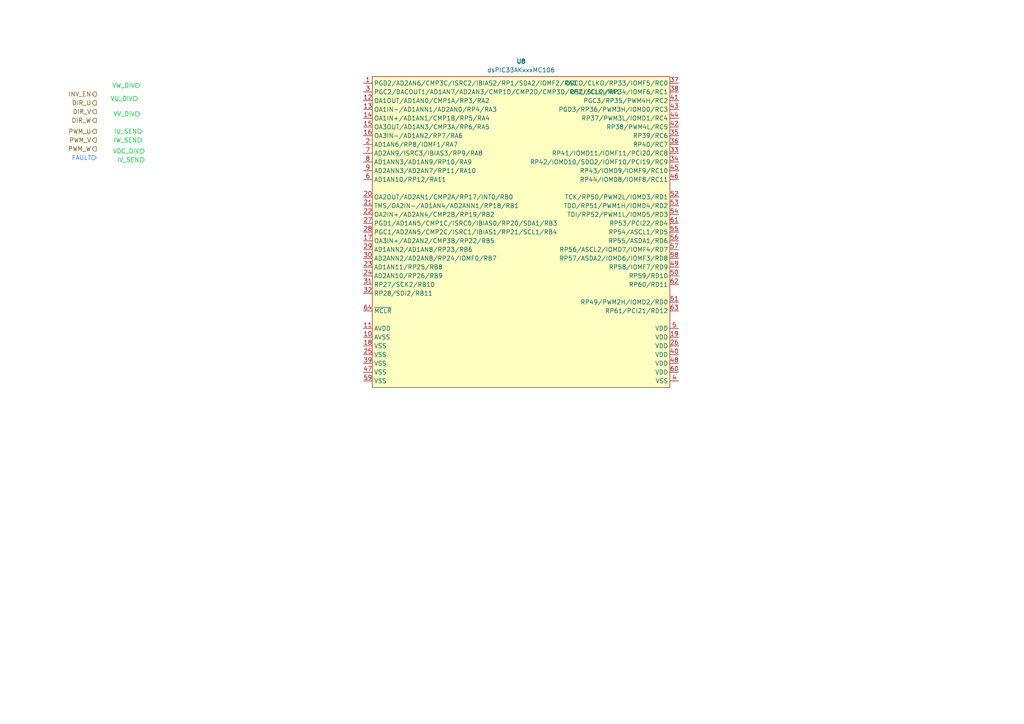
<source format=kicad_sch>
(kicad_sch (version 20231120) (generator "eeschema") (generator_version "8.0")
  (paper "A4")
  (title_block (title "THREE-PHASE MOTOR DRIVER") (date "2024-10-20") (rev "0.0") (company "SAMPI DEVELOPMENT KITS"))
  (lib_symbols
    (symbol "SAMPI:dsPIC33AKxxxMC106"
      (property "Reference" "U" (at 0 0 0))
      (property "Value" "dsPIC33AKxxxMC106" (at 0 -1.905 0))
      (symbol "dsPIC33AKxxxMC106_1_0"
        (pin passive line (at -45.085 -78.74 0) (length 2.54) (name "AVSS") (number "10"))
        (pin power_in line (at -45.085 -76.2 0) (length 2.54) (name "AVDD") (number "11"))
        (pin bidirectional line (at -45.085 -10.16 0) (length 2.54) (name "OA1OUT/AD1AN0/CMP1A/RP3/RA2") (number "12"))
        (pin bidirectional line (at -45.085 -12.7 0) (length 2.54) (name "OA1IN-/AD1ANN1/AD2AN0/RP4/RA3") (number "13"))
        (pin bidirectional line (at -45.085 -15.24 0) (length 2.54) (name "OA1IN+/AD1AN1/CMP1B/RP5/RA4") (number "14"))
        (pin bidirectional line (at -45.085 -17.78 0) (length 2.54) (name "OA3OUT/AD1AN3/CMP3A/RP6/RA5") (number "15"))
        (pin bidirectional line (at -45.085 -20.32 0) (length 2.54) (name "OA3IN-/AD1AN2/RP7/RA6") (number "16"))
        (pin bidirectional line (at -45.085 -50.8 0) (length 2.54) (name "OA3IN+/AD2AN2/CMP3B/RP22/RB5") (number "17"))
        (pin passive line (at -45.085 -81.28 0) (length 2.54) (name "VSS") (number "18"))
        (pin power_in line (at 46.355 -78.74 180) (length 2.54) (name "VDD") (number "19"))
        (pin bidirectional line (at -45.085 -22.86 0) (length 2.54) (name "AD1AN6/RP8/IOMF1/RA7") (number "2"))
        (pin bidirectional line (at -45.085 -38.1 0) (length 2.54) (name "OA2OUT/AD2AN1/CMP2A/RP17/INT0/RB0") (number "20"))
        (pin bidirectional line (at -45.085 -40.64 0) (length 2.54) (name "TMS/OA2IN-/AD1AN4/AD2ANN1/RP18/RB1") (number "21"))
        (pin bidirectional line (at -45.085 -43.18 0) (length 2.54) (name "OA2IN+/AD2AN4/CMP2B/RP19/RB2") (number "22"))
        (pin bidirectional line (at -45.085 -58.42 0) (length 2.54) (name "AD1AN11/RP25/RB8") (number "23"))
        (pin bidirectional line (at -45.085 -60.96 0) (length 2.54) (name "AD2AN10/RP26/RB9") (number "24"))
        (pin passive line (at -45.085 -83.82 0) (length 2.54) (name "VSS") (number "25"))
        (pin power_in line (at 46.355 -81.28 180) (length 2.54) (name "VDD") (number "26"))
        (pin bidirectional line (at -45.085 -45.72 0) (length 2.54) (name "PGD1/AD1AN5/CMP1C/ISRC0/IBIAS0/RP20/SDA1/RB3") (number "27"))
        (pin bidirectional line (at -45.085 -48.26 0) (length 2.54) (name "PGC1/AD2AN5/CMP2C/ISRC1/IBIAS1/RP21/SCL1/RB4") (number "28"))
        (pin bidirectional line (at -45.085 -53.34 0) (length 2.54) (name "AD1ANN2/AD1AN8/RP23/RB6") (number "29"))
        (pin bidirectional line (at -45.085 -7.62 0) (length 2.54) (name "PGC2/DACOUT1/AD1AN7/AD2AN3/CMP1D/CMP2D/CMP3D/RP2/SCL2/RA1") (number "3"))
        (pin bidirectional line (at -45.085 -55.88 0) (length 2.54) (name "AD2ANN2/AD2AN8/RP24/IOMF0/RB7") (number "30"))
        (pin bidirectional line (at -45.085 -63.5 0) (length 2.54) (name "RP27/SCK2/RB10") (number "31"))
        (pin bidirectional line (at -45.085 -66.04 0) (length 2.54) (name "RP28/SDI2/RB11") (number "32"))
        (pin bidirectional line (at 46.355 -25.4 180) (length 2.54) (name "RP41/IOMD11/IOMF11/PCI20/RC8") (number "33"))
        (pin bidirectional line (at 46.355 -27.94 180) (length 2.54) (name "RP42/IOMD10/SDO2/IOMF10/PCI19/RC9") (number "34"))
        (pin bidirectional line (at 46.355 -20.32 180) (length 2.54) (name "RP39/RC6") (number "35"))
        (pin bidirectional line (at 46.355 -22.86 180) (length 2.54) (name "RP40/RC7") (number "36"))
        (pin bidirectional line (at 46.355 -5.08 180) (length 2.54) (name "OSCO/CLKO/RP33/IOMF5/RC0") (number "37"))
        (pin bidirectional line (at 46.355 -7.62 180) (length 2.54) (name "OSCI/CLKI/RP34/IOMF6/RC1") (number "38"))
        (pin passive line (at -45.085 -86.36 0) (length 2.54) (name "VSS") (number "39"))
        (pin passive line (at 46.355 -91.44 180) (length 2.54) (name "VSS") (number "4"))
        (pin power_in line (at 46.355 -83.82 180) (length 2.54) (name "VDD") (number "40"))
        (pin bidirectional line (at 46.355 -10.16 180) (length 2.54) (name "PGC3/RP35/PWM4H/RC2") (number "41"))
        (pin bidirectional line (at 46.355 -17.78 180) (length 2.54) (name "RP38/PWM4L/RC5") (number "42"))
        (pin bidirectional line (at 46.355 -12.7 180) (length 2.54) (name "PGD3/RP36/PWM3H/IOMD0/RC3") (number "43"))
        (pin bidirectional line (at 46.355 -15.24 180) (length 2.54) (name "RP37/PWM3L/IOMD1/RC4") (number "44"))
        (pin bidirectional line (at 46.355 -30.48 180) (length 2.54) (name "RP43/IOMD9/IOMF9/RC10") (number "45"))
        (pin bidirectional line (at 46.355 -33.02 180) (length 2.54) (name "RP44/IOMD8/IOMF8/RC11") (number "46"))
        (pin passive line (at -45.085 -88.9 0) (length 2.54) (name "VSS") (number "47"))
        (pin power_in line (at 46.355 -86.36 180) (length 2.54) (name "VDD") (number "48"))
        (pin bidirectional line (at 46.355 -58.42 180) (length 2.54) (name "RP58/IOMF7/RD9") (number "49"))
        (pin power_in line (at 46.355 -76.2 180) (length 2.54) (name "VDD") (number "5"))
        (pin bidirectional line (at 46.355 -60.96 180) (length 2.54) (name "RP59/RD10") (number "50"))
        (pin bidirectional line (at 46.355 -68.58 180) (length 2.54) (name "RP49/PWM2H/IOMD2/RD0") (number "51"))
        (pin bidirectional line (at 46.355 -38.1 180) (length 2.54) (name "TCK/RP50/PWM2L/IOMD3/RD1") (number "52"))
        (pin bidirectional line (at 46.355 -40.64 180) (length 2.54) (name "TDO/RP51/PWM1H/IOMD4/RD2") (number "53"))
        (pin bidirectional line (at 46.355 -43.18 180) (length 2.54) (name "TDI/RP52/PWM1L/IOMD5/RD3") (number "54"))
        (pin bidirectional line (at 46.355 -48.26 180) (length 2.54) (name "RP54/ASCL1/RD5") (number "55"))
        (pin bidirectional line (at 46.355 -50.8 180) (length 2.54) (name "RP55/ASDA1/RD6") (number "56"))
        (pin bidirectional line (at 46.355 -53.34 180) (length 2.54) (name "RP56/ASCL2/IOMD7/IOMF4/RD7") (number "57"))
        (pin bidirectional line (at 46.355 -55.88 180) (length 2.54) (name "RP57/ASDA2/IOMD6/IOMF3/RD8") (number "58"))
        (pin passive line (at -45.085 -91.44 0) (length 2.54) (name "VSS") (number "59"))
        (pin bidirectional line (at -45.085 -33.02 0) (length 2.54) (name "AD1AN10/RP12/RA11") (number "6"))
        (pin power_in line (at 46.355 -88.9 180) (length 2.54) (name "VDD") (number "60"))
        (pin bidirectional line (at 46.355 -45.72 180) (length 2.54) (name "RP53/PCI22/RD4") (number "61"))
        (pin bidirectional line (at 46.355 -63.5 180) (length 2.54) (name "RP60/RD11") (number "62"))
        (pin bidirectional line (at 46.355 -71.12 180) (length 2.54) (name "RP61/PCI21/RD12") (number "63"))
        (pin input line (at -45.085 -71.12 0) (length 2.54) (name "~{MCLR}") (number "64"))
        (pin bidirectional line (at -45.085 -25.4 0) (length 2.54) (name "AD2AN9/ISRC3/IBIAS3/RP9/RA8") (number "7"))
        (pin bidirectional line (at -45.085 -27.94 0) (length 2.54) (name "AD1ANN3/AD1AN9/RP10/RA9") (number "8"))
        (pin bidirectional line (at -45.085 -30.48 0) (length 2.54) (name "AD2ANN3/AD2AN7/RP11/RA10") (number "9"))
      )
      (symbol "dsPIC33AKxxxMC106_1_1"
        (rectangle (start -42.545 -3.175) (end 43.815 -93.345) (fill (type background)))
        (pin bidirectional line (at -45.085 -5.08 0) (length 2.54) (name "PGD2/AD2AN6/CMP3C/ISRC2/IBIAS2/RP1/SDA2/IOMF2/RA0") (number "1"))
      )
    )
  )
  (hierarchical_label "IV_SEN" (shape input) (at 41.91 46.355 180))
  (hierarchical_label "IU_SEN" (shape input) (at 41.275 38.1 180))
  (hierarchical_label "DIR_W" (shape output) (at 27.94 34.925 180))
  (hierarchical_label "PWM_U" (shape output) (at 27.94 38.1 180))
  (hierarchical_label "DIR_V" (shape output) (at 27.94 32.385 180))
  (hierarchical_label "VDC_DIV" (shape input) (at 41.91 43.815 180))
  (hierarchical_label "INV_EN" (shape output) (at 27.94 27.305 180))
  (hierarchical_label "FAULT" (shape input) (at 27.94 45.72 180))
  (hierarchical_label "IW_SEN" (shape input) (at 41.275 40.64 180))
  (hierarchical_label "VW_DIV" (shape input) (at 40.64 24.765 180))
  (hierarchical_label "VU_DIV" (shape input) (at 40.005 28.575 180))
  (hierarchical_label "PWM_V" (shape output) (at 27.94 40.64 180))
  (hierarchical_label "DIR_U" (shape output) (at 27.94 29.845 180))
  (hierarchical_label "PWM_W" (shape output) (at 27.94 43.18 180))
  (hierarchical_label "VV_DIV" (shape input) (at 40.64 33.02 180))
  (symbol (lib_id "SAMPI:dsPIC33AKxxxMC106") (at 150.495 19.05 0) (unit 1)
    (property "Reference" "U8" (at 151.13 17.78 0) (effects (font (thickness 0.254) (bold yes))))
    (property "Value" "dsPIC33AKxxxMC106" (at 151.13 20.32 0))
    (property "Footprint" "SAMPI:TQFP64_10x10_MCHP" (effects (hide yes)))
    (property "Description" "IC MCU DSC 32BIT 128KB FLASH TQFP-64" (effects (hide yes)))
    (property "MNP" "DSPIC33AK128MC106-I/PT" (effects (hide yes)))
    (property "MFT" "Microchip Technology" (effects (hide yes)))
  )
)
</source>
